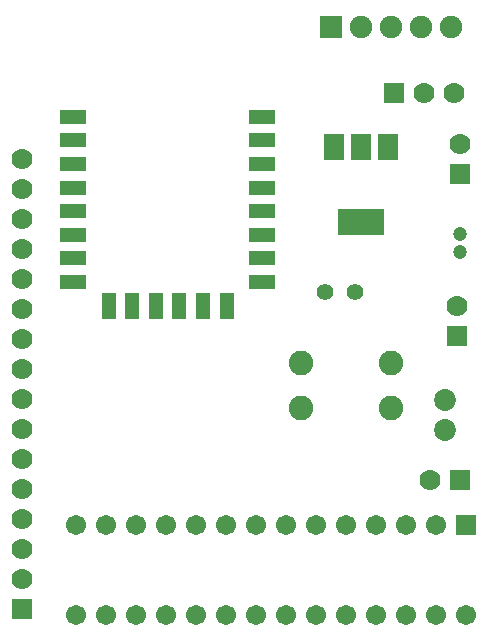
<source format=gts>
G04 ---------------------------- Layer name :TOP SOLDER LAYER*
G04 EasyEDA v5.7.22, Tue, 28 Aug 2018 09:43:57 GMT*
G04 05ccef7fa68345538657c4b36dae5f98*
G04 Gerber Generator version 0.2*
G04 Scale: 100 percent, Rotated: No, Reflected: No *
G04 Dimensions in inches *
G04 leading zeros omitted , absolute positions ,2 integer and 4 decimal *
%FSLAX24Y24*%
%MOIN*%
G90*
G70D02*

%ADD14R,0.086740X0.047370*%
%ADD15R,0.047370X0.086740*%
%ADD16R,0.157606X0.086740*%
%ADD17R,0.067055X0.086740*%
%ADD18C,0.067055*%
%ADD19R,0.067055X0.067055*%
%ADD20C,0.055000*%
%ADD21C,0.082000*%
%ADD22C,0.073000*%
%ADD23C,0.047370*%
%ADD24R,0.070000X0.070000*%
%ADD25C,0.070000*%
%ADD26R,0.074929X0.074929*%
%ADD27C,0.074929*%

%LPD*%
G54D14*
G01X2700Y18700D03*
G01X2700Y17912D03*
G01X2700Y17125D03*
G01X2700Y16338D03*
G01X2700Y15550D03*
G01X2700Y14763D03*
G01X2700Y13976D03*
G01X2700Y13188D03*
G54D15*
G01X3882Y12400D03*
G01X4668Y12401D03*
G01X5455Y12400D03*
G01X6242Y12400D03*
G01X7030Y12400D03*
G01X7817Y12400D03*
G54D14*
G01X8999Y13186D03*
G01X9000Y13975D03*
G01X9000Y14761D03*
G01X9000Y15548D03*
G01X9000Y16336D03*
G01X9000Y17123D03*
G01X9000Y17911D03*
G01X9000Y18698D03*
G54D18*
G01X2800Y2100D03*
G01X3800Y2100D03*
G01X4800Y2100D03*
G01X5800Y2100D03*
G01X6800Y2100D03*
G01X7800Y2100D03*
G01X8800Y2100D03*
G01X9800Y2100D03*
G01X10800Y2100D03*
G01X11800Y2100D03*
G01X12800Y2100D03*
G01X13800Y2100D03*
G01X14800Y2100D03*
G01X15800Y2100D03*
G01X2800Y5100D03*
G01X3800Y5100D03*
G01X4800Y5100D03*
G01X5800Y5100D03*
G01X6800Y5100D03*
G01X7800Y5100D03*
G01X8800Y5100D03*
G01X9800Y5100D03*
G01X10800Y5100D03*
G01X11800Y5100D03*
G01X12800Y5100D03*
G01X13800Y5100D03*
G01X14800Y5100D03*
G54D19*
G01X15800Y5100D03*
G54D16*
G01X12300Y15200D03*
G54D17*
G01X12300Y17680D03*
G01X11394Y17680D03*
G01X13205Y17680D03*
G54D20*
G01X11089Y12869D03*
G01X12089Y12869D03*
G54D21*
G01X13300Y9000D03*
G01X10300Y9000D03*
G54D22*
G01X15100Y9261D03*
G01X15100Y8261D03*
G54D23*
G01X15600Y14200D03*
G01X15600Y14790D03*
G54D21*
G01X13300Y10500D03*
G01X10300Y10500D03*
G54D24*
G01X15600Y16800D03*
G54D25*
G01X15600Y17800D03*
G54D24*
G01X15500Y11400D03*
G54D25*
G01X15500Y12400D03*
G54D24*
G01X1000Y2300D03*
G54D25*
G01X1000Y3300D03*
G01X1000Y4300D03*
G01X1000Y5300D03*
G01X1000Y6300D03*
G01X1000Y7300D03*
G01X1000Y8300D03*
G01X1000Y9300D03*
G01X1000Y10300D03*
G01X1000Y11300D03*
G01X1000Y12300D03*
G01X1000Y13300D03*
G01X1000Y14300D03*
G01X1000Y15300D03*
G01X1000Y16300D03*
G01X1000Y17300D03*
G01X15400Y19500D03*
G01X14400Y19500D03*
G54D24*
G01X13400Y19500D03*
G01X15600Y6600D03*
G54D25*
G01X14600Y6600D03*
G54D26*
G01X11300Y21700D03*
G54D27*
G01X12300Y21700D03*
G01X13300Y21700D03*
G01X14300Y21700D03*
G01X15300Y21700D03*
M00*
M02*

</source>
